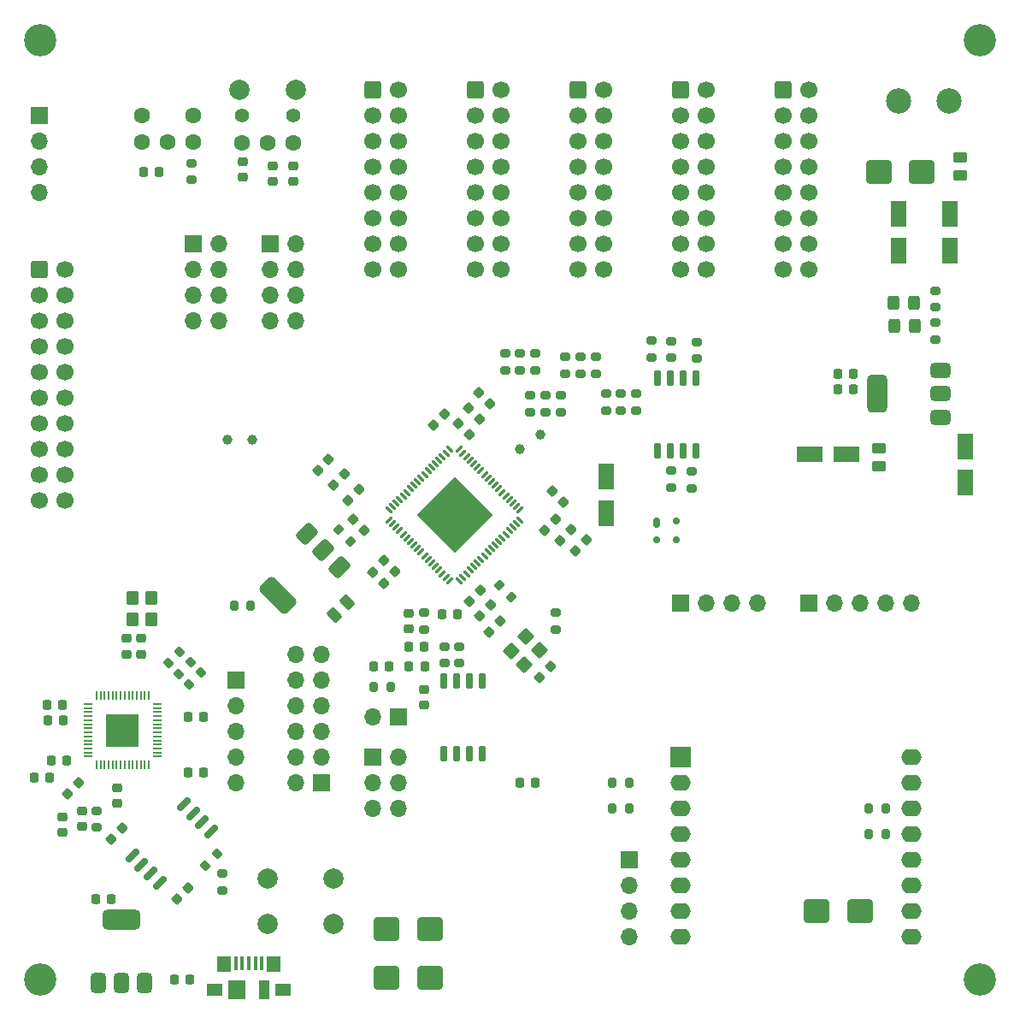
<source format=gbr>
%TF.GenerationSoftware,KiCad,Pcbnew,8.0.6*%
%TF.CreationDate,2024-12-08T12:16:10-08:00*%
%TF.ProjectId,dsp3,64737033-2e6b-4696-9361-645f70636258,rev?*%
%TF.SameCoordinates,Original*%
%TF.FileFunction,Soldermask,Top*%
%TF.FilePolarity,Negative*%
%FSLAX46Y46*%
G04 Gerber Fmt 4.6, Leading zero omitted, Abs format (unit mm)*
G04 Created by KiCad (PCBNEW 8.0.6) date 2024-12-08 12:16:10*
%MOMM*%
%LPD*%
G01*
G04 APERTURE LIST*
G04 Aperture macros list*
%AMRoundRect*
0 Rectangle with rounded corners*
0 $1 Rounding radius*
0 $2 $3 $4 $5 $6 $7 $8 $9 X,Y pos of 4 corners*
0 Add a 4 corners polygon primitive as box body*
4,1,4,$2,$3,$4,$5,$6,$7,$8,$9,$2,$3,0*
0 Add four circle primitives for the rounded corners*
1,1,$1+$1,$2,$3*
1,1,$1+$1,$4,$5*
1,1,$1+$1,$6,$7*
1,1,$1+$1,$8,$9*
0 Add four rect primitives between the rounded corners*
20,1,$1+$1,$2,$3,$4,$5,0*
20,1,$1+$1,$4,$5,$6,$7,0*
20,1,$1+$1,$6,$7,$8,$9,0*
20,1,$1+$1,$8,$9,$2,$3,0*%
%AMRotRect*
0 Rectangle, with rotation*
0 The origin of the aperture is its center*
0 $1 length*
0 $2 width*
0 $3 Rotation angle, in degrees counterclockwise*
0 Add horizontal line*
21,1,$1,$2,0,0,$3*%
G04 Aperture macros list end*
%ADD10RoundRect,0.200000X0.275000X-0.200000X0.275000X0.200000X-0.275000X0.200000X-0.275000X-0.200000X0*%
%ADD11RoundRect,0.200000X0.200000X0.275000X-0.200000X0.275000X-0.200000X-0.275000X0.200000X-0.275000X0*%
%ADD12RoundRect,0.175000X-0.175000X-0.325000X0.175000X-0.325000X0.175000X0.325000X-0.175000X0.325000X0*%
%ADD13RoundRect,0.150000X-0.200000X-0.150000X0.200000X-0.150000X0.200000X0.150000X-0.200000X0.150000X0*%
%ADD14RoundRect,0.225000X-0.250000X0.225000X-0.250000X-0.225000X0.250000X-0.225000X0.250000X0.225000X0*%
%ADD15RoundRect,0.225000X0.225000X0.250000X-0.225000X0.250000X-0.225000X-0.250000X0.225000X-0.250000X0*%
%ADD16C,1.000000*%
%ADD17C,2.000000*%
%ADD18C,1.400000*%
%ADD19C,1.600000*%
%ADD20R,1.700000X1.700000*%
%ADD21O,1.700000X1.700000*%
%ADD22RoundRect,0.225000X-0.017678X0.335876X-0.335876X0.017678X0.017678X-0.335876X0.335876X-0.017678X0*%
%ADD23RoundRect,0.225000X0.250000X-0.225000X0.250000X0.225000X-0.250000X0.225000X-0.250000X-0.225000X0*%
%ADD24RoundRect,0.225000X-0.225000X-0.250000X0.225000X-0.250000X0.225000X0.250000X-0.225000X0.250000X0*%
%ADD25RoundRect,0.250000X0.550000X-1.050000X0.550000X1.050000X-0.550000X1.050000X-0.550000X-1.050000X0*%
%ADD26RoundRect,0.200000X-0.200000X-0.275000X0.200000X-0.275000X0.200000X0.275000X-0.200000X0.275000X0*%
%ADD27RoundRect,0.218750X-0.256250X0.218750X-0.256250X-0.218750X0.256250X-0.218750X0.256250X0.218750X0*%
%ADD28RoundRect,0.150000X0.150000X-0.650000X0.150000X0.650000X-0.150000X0.650000X-0.150000X-0.650000X0*%
%ADD29RoundRect,0.200000X-0.335876X-0.053033X-0.053033X-0.335876X0.335876X0.053033X0.053033X0.335876X0*%
%ADD30RoundRect,0.250000X-0.600000X-0.600000X0.600000X-0.600000X0.600000X0.600000X-0.600000X0.600000X0*%
%ADD31C,1.700000*%
%ADD32RoundRect,0.120000X-0.035355X-0.714178X0.714178X0.035355X0.035355X0.714178X-0.714178X-0.035355X0*%
%ADD33RoundRect,0.200000X0.053033X-0.335876X0.335876X-0.053033X-0.053033X0.335876X-0.335876X0.053033X0*%
%ADD34O,2.000000X1.600000*%
%ADD35R,2.000000X2.000000*%
%ADD36RoundRect,0.250000X-0.550000X1.050000X-0.550000X-1.050000X0.550000X-1.050000X0.550000X1.050000X0*%
%ADD37RoundRect,0.250000X1.000000X0.900000X-1.000000X0.900000X-1.000000X-0.900000X1.000000X-0.900000X0*%
%ADD38RoundRect,0.120000X-0.480000X0.530000X-0.480000X-0.530000X0.480000X-0.530000X0.480000X0.530000X0*%
%ADD39RoundRect,0.062500X-0.220971X-0.309359X0.309359X0.220971X0.220971X0.309359X-0.309359X-0.220971X0*%
%ADD40RoundRect,0.062500X0.220971X-0.309359X0.309359X-0.220971X-0.220971X0.309359X-0.309359X0.220971X0*%
%ADD41RotRect,5.300000X5.300000X45.000000*%
%ADD42RoundRect,0.225000X-0.335876X-0.017678X-0.017678X-0.335876X0.335876X0.017678X0.017678X0.335876X0*%
%ADD43RoundRect,0.150000X0.353553X0.565685X-0.565685X-0.353553X-0.353553X-0.565685X0.565685X0.353553X0*%
%ADD44RoundRect,0.250000X-1.000000X-0.900000X1.000000X-0.900000X1.000000X0.900000X-1.000000X0.900000X0*%
%ADD45RoundRect,0.375000X0.176777X0.707107X-0.707107X-0.176777X-0.176777X-0.707107X0.707107X0.176777X0*%
%ADD46RoundRect,0.500000X-0.636396X1.343503X-1.343503X0.636396X0.636396X-1.343503X1.343503X-0.636396X0*%
%ADD47RoundRect,0.250000X-0.450000X0.262500X-0.450000X-0.262500X0.450000X-0.262500X0.450000X0.262500X0*%
%ADD48RoundRect,0.200000X-0.275000X0.200000X-0.275000X-0.200000X0.275000X-0.200000X0.275000X0.200000X0*%
%ADD49C,3.200000*%
%ADD50RoundRect,0.225000X0.335876X0.017678X0.017678X0.335876X-0.335876X-0.017678X-0.017678X-0.335876X0*%
%ADD51RoundRect,0.375000X0.625000X0.375000X-0.625000X0.375000X-0.625000X-0.375000X0.625000X-0.375000X0*%
%ADD52RoundRect,0.500000X0.500000X1.400000X-0.500000X1.400000X-0.500000X-1.400000X0.500000X-1.400000X0*%
%ADD53RoundRect,0.225000X0.017678X-0.335876X0.335876X-0.017678X-0.017678X0.335876X-0.335876X0.017678X0*%
%ADD54RoundRect,0.375000X0.375000X-0.625000X0.375000X0.625000X-0.375000X0.625000X-0.375000X-0.625000X0*%
%ADD55RoundRect,0.500000X1.400000X-0.500000X1.400000X0.500000X-1.400000X0.500000X-1.400000X-0.500000X0*%
%ADD56RoundRect,0.200000X0.335876X0.053033X0.053033X0.335876X-0.335876X-0.053033X-0.053033X-0.335876X0*%
%ADD57R,0.450000X1.380000*%
%ADD58R,1.650000X1.300000*%
%ADD59R,1.425000X1.550000*%
%ADD60R,1.800000X1.900000*%
%ADD61R,1.000000X1.900000*%
%ADD62C,2.500000*%
%ADD63RoundRect,0.250000X0.325000X0.450000X-0.325000X0.450000X-0.325000X-0.450000X0.325000X-0.450000X0*%
%ADD64RoundRect,0.050000X0.387500X0.050000X-0.387500X0.050000X-0.387500X-0.050000X0.387500X-0.050000X0*%
%ADD65RoundRect,0.050000X0.050000X0.387500X-0.050000X0.387500X-0.050000X-0.387500X0.050000X-0.387500X0*%
%ADD66R,3.200000X3.200000*%
%ADD67RoundRect,0.250000X1.050000X0.550000X-1.050000X0.550000X-1.050000X-0.550000X1.050000X-0.550000X0*%
%ADD68RoundRect,0.218750X0.256250X-0.218750X0.256250X0.218750X-0.256250X0.218750X-0.256250X-0.218750X0*%
%ADD69RoundRect,0.250000X0.132583X-0.503814X0.503814X-0.132583X-0.132583X0.503814X-0.503814X0.132583X0*%
G04 APERTURE END LIST*
D10*
%TO.C,R16*%
X85500000Y-82425000D03*
X85500000Y-80775000D03*
%TD*%
D11*
%TO.C,R24*%
X57650000Y-115000000D03*
X56000000Y-115000000D03*
%TD*%
D10*
%TO.C,R12*%
X88000000Y-82500000D03*
X88000000Y-80850000D03*
%TD*%
%TO.C,R26*%
X83500000Y-82400000D03*
X83500000Y-80750000D03*
%TD*%
D12*
%TO.C,U8*%
X84000000Y-98750000D03*
D13*
X84000000Y-100450000D03*
X86000000Y-100450000D03*
X86000000Y-98550000D03*
%TD*%
D14*
%TO.C,C49*%
X30568750Y-125000000D03*
X30568750Y-126550000D03*
%TD*%
D15*
%TO.C,C3*%
X34775000Y-64000000D03*
X33225000Y-64000000D03*
%TD*%
D10*
%TO.C,R10*%
X73000000Y-87825000D03*
X73000000Y-86175000D03*
%TD*%
D16*
%TO.C,TP3*%
X72500000Y-90000000D03*
%TD*%
D17*
%TO.C,U7*%
X42660000Y-55880000D03*
D18*
X42920000Y-58490000D03*
X48000000Y-58490000D03*
D17*
X48260000Y-55880000D03*
D19*
X42920000Y-61120000D03*
X45460000Y-61120000D03*
X48000000Y-61120000D03*
%TD*%
D20*
%TO.C,J5*%
X99060000Y-106680000D03*
D21*
X101600000Y-106680000D03*
X104139999Y-106680000D03*
X106680000Y-106680000D03*
X109220000Y-106680000D03*
%TD*%
D22*
%TO.C,C15*%
X53096016Y-93951992D03*
X52000000Y-95048008D03*
%TD*%
D14*
%TO.C,C36*%
X61000000Y-115225000D03*
X61000000Y-116775000D03*
%TD*%
D10*
%TO.C,R14*%
X70500000Y-83650000D03*
X70500000Y-82000000D03*
%TD*%
D23*
%TO.C,C38*%
X46000000Y-65000000D03*
X46000000Y-63450000D03*
%TD*%
D24*
%TO.C,C37*%
X56000000Y-113000000D03*
X57550000Y-113000000D03*
%TD*%
D25*
%TO.C,C35*%
X79000000Y-97800000D03*
X79000000Y-94200000D03*
%TD*%
D10*
%TO.C,R2*%
X80500000Y-87650000D03*
X80500000Y-86000000D03*
%TD*%
D26*
%TO.C,R18*%
X105030000Y-129540000D03*
X106680000Y-129540000D03*
%TD*%
D27*
%TO.C,L4*%
X48000000Y-63424998D03*
X48000000Y-65000000D03*
%TD*%
D28*
%TO.C,U2*%
X84095000Y-91600000D03*
X85365000Y-91600000D03*
X86635000Y-91600000D03*
X87905000Y-91600000D03*
X87905000Y-84400000D03*
X86635000Y-84400000D03*
X85365000Y-84400000D03*
X84095000Y-84400000D03*
%TD*%
D10*
%TO.C,R3*%
X82000000Y-87650000D03*
X82000000Y-86000000D03*
%TD*%
D15*
%TO.C,C20*%
X64323223Y-107823223D03*
X62773223Y-107823223D03*
%TD*%
D29*
%TO.C,R27*%
X68416637Y-104916637D03*
X69583363Y-106083363D03*
%TD*%
D10*
%TO.C,R30*%
X111600000Y-77450000D03*
X111600000Y-75800000D03*
%TD*%
D20*
%TO.C,J17*%
X22860000Y-58420000D03*
D21*
X22860000Y-60960000D03*
X22860000Y-63500000D03*
X22860000Y-66040000D03*
%TD*%
D30*
%TO.C,J3*%
X76200000Y-55880000D03*
D31*
X78740000Y-55880000D03*
X76200000Y-58420000D03*
X78740000Y-58420000D03*
X76200000Y-60960000D03*
X78740000Y-60960000D03*
X76200000Y-63500000D03*
X78740000Y-63500000D03*
X76200000Y-66040000D03*
X78740000Y-66040000D03*
X76200000Y-68580000D03*
X78740000Y-68580000D03*
X76200000Y-71120000D03*
X78740000Y-71120000D03*
X76200000Y-73660000D03*
X78740000Y-73660000D03*
%TD*%
D32*
%TO.C,U9*%
X70929289Y-112828428D03*
X72414214Y-111343503D03*
X71070711Y-110000000D03*
X69585786Y-111484925D03*
%TD*%
D23*
%TO.C,C23*%
X59500000Y-109275000D03*
X59500000Y-107725000D03*
%TD*%
D24*
%TO.C,C44*%
X37618750Y-123500000D03*
X39168750Y-123500000D03*
%TD*%
D30*
%TO.C,J1*%
X96520000Y-55880000D03*
D31*
X99060000Y-55880000D03*
X96520000Y-58420000D03*
X99060000Y-58420000D03*
X96520000Y-60960000D03*
X99060000Y-60960000D03*
X96520000Y-63500000D03*
X99060000Y-63500000D03*
X96520000Y-66040000D03*
X99060000Y-66040000D03*
X96520000Y-68580000D03*
X99060000Y-68580000D03*
X96520000Y-71120000D03*
X99060000Y-71120000D03*
X96520000Y-73660000D03*
X99060000Y-73660000D03*
%TD*%
D20*
%TO.C,J13*%
X58420000Y-118000000D03*
D21*
X55880000Y-118000000D03*
%TD*%
D33*
%TO.C,R33*%
X39333274Y-132666726D03*
X40500000Y-131500000D03*
%TD*%
D30*
%TO.C,J2*%
X86360000Y-55880000D03*
D31*
X88900000Y-55880000D03*
X86360000Y-58420000D03*
X88900000Y-58420000D03*
X86360000Y-60960000D03*
X88900000Y-60960000D03*
X86360000Y-63500000D03*
X88900000Y-63500000D03*
X86360000Y-66040000D03*
X88900000Y-66040000D03*
X86360000Y-68580000D03*
X88900000Y-68580000D03*
X86360000Y-71120000D03*
X88900000Y-71120000D03*
X86360000Y-73660000D03*
X88900000Y-73660000D03*
%TD*%
D30*
%TO.C,J18*%
X22860000Y-73660000D03*
D31*
X25400000Y-73660000D03*
X22860000Y-76200000D03*
X25400000Y-76200000D03*
X22860000Y-78739999D03*
X25400000Y-78740000D03*
X22860000Y-81280000D03*
X25400000Y-81280000D03*
X22860000Y-83820000D03*
X25400000Y-83820000D03*
X22860000Y-86360000D03*
X25400000Y-86360000D03*
X22860000Y-88900000D03*
X25400000Y-88900000D03*
X22860000Y-91440001D03*
X25400000Y-91440000D03*
X22860000Y-93980000D03*
X25400000Y-93980000D03*
X22860000Y-96520000D03*
X25400000Y-96520000D03*
%TD*%
D15*
%TO.C,C48*%
X23900000Y-124000000D03*
X22350000Y-124000000D03*
%TD*%
D34*
%TO.C,U3*%
X109220000Y-121920000D03*
X109220000Y-124460000D03*
X109220000Y-126999999D03*
X109220000Y-129540000D03*
X109220000Y-132080000D03*
X109220000Y-134620000D03*
X109220000Y-137160000D03*
X109220000Y-139700001D03*
X86360000Y-139700001D03*
X86360000Y-137160000D03*
X86360000Y-134620000D03*
X86360000Y-132080000D03*
X86360000Y-129540000D03*
X86360000Y-126999999D03*
X86360000Y-124460000D03*
D35*
X86360000Y-121920000D03*
%TD*%
D36*
%TO.C,C27*%
X114600000Y-91200000D03*
X114600000Y-94800000D03*
%TD*%
D16*
%TO.C,TP1*%
X44000000Y-90500000D03*
%TD*%
D37*
%TO.C,D3*%
X110300002Y-64000000D03*
X106000000Y-64000000D03*
%TD*%
D38*
%TO.C,U12*%
X32100000Y-106200001D03*
X32100000Y-108300001D03*
X34000000Y-108300001D03*
X34000000Y-106200001D03*
%TD*%
D33*
%TO.C,R37*%
X35633274Y-112666726D03*
X36800000Y-111500000D03*
%TD*%
D39*
%TO.C,U1*%
X57503456Y-98486136D03*
X57857010Y-98839689D03*
X58210563Y-99193243D03*
X58564117Y-99546796D03*
X58917670Y-99900349D03*
X59271223Y-100253903D03*
X59624777Y-100607456D03*
X59978330Y-100961010D03*
X60331884Y-101314563D03*
X60685437Y-101668116D03*
X61038990Y-102021670D03*
X61392544Y-102375223D03*
X61746097Y-102728777D03*
X62099651Y-103082330D03*
X62453204Y-103435883D03*
X62806757Y-103789437D03*
X63160311Y-104142990D03*
X63513864Y-104496544D03*
D40*
X64486136Y-104496544D03*
X64839689Y-104142990D03*
X65193243Y-103789437D03*
X65546796Y-103435883D03*
X65900349Y-103082330D03*
X66253903Y-102728777D03*
X66607456Y-102375223D03*
X66961010Y-102021670D03*
X67314563Y-101668116D03*
X67668116Y-101314563D03*
X68021670Y-100961010D03*
X68375223Y-100607456D03*
X68728777Y-100253903D03*
X69082330Y-99900349D03*
X69435883Y-99546796D03*
X69789437Y-99193243D03*
X70142990Y-98839689D03*
X70496544Y-98486136D03*
D39*
X70496544Y-97513864D03*
X70142990Y-97160311D03*
X69789437Y-96806757D03*
X69435883Y-96453204D03*
X69082330Y-96099651D03*
X68728777Y-95746097D03*
X68375223Y-95392544D03*
X68021670Y-95038990D03*
X67668116Y-94685437D03*
X67314563Y-94331884D03*
X66961010Y-93978330D03*
X66607456Y-93624777D03*
X66253903Y-93271223D03*
X65900349Y-92917670D03*
X65546796Y-92564117D03*
X65193243Y-92210563D03*
X64839689Y-91857010D03*
X64486136Y-91503456D03*
D40*
X63513864Y-91503456D03*
X63160311Y-91857010D03*
X62806757Y-92210563D03*
X62453204Y-92564117D03*
X62099651Y-92917670D03*
X61746097Y-93271223D03*
X61392544Y-93624777D03*
X61038990Y-93978330D03*
X60685437Y-94331884D03*
X60331884Y-94685437D03*
X59978330Y-95038990D03*
X59624777Y-95392544D03*
X59271223Y-95746097D03*
X58917670Y-96099651D03*
X58564117Y-96453204D03*
X58210563Y-96806757D03*
X57857010Y-97160311D03*
X57503456Y-97513864D03*
D41*
X64000000Y-98000000D03*
%TD*%
D24*
%TO.C,C24*%
X59450000Y-111000000D03*
X61000000Y-111000000D03*
%TD*%
D37*
%TO.C,D4*%
X61577001Y-138938000D03*
X57276999Y-138938000D03*
%TD*%
D15*
%TO.C,C28*%
X103500000Y-85500000D03*
X101950000Y-85500000D03*
%TD*%
D23*
%TO.C,C46*%
X31500000Y-111750000D03*
X31500000Y-110200000D03*
%TD*%
D42*
%TO.C,C17*%
X73653984Y-95653984D03*
X74750000Y-96750000D03*
%TD*%
D43*
%TO.C,U13*%
X39892623Y-129301454D03*
X38994597Y-128403428D03*
X38096572Y-127505403D03*
X37198546Y-126607377D03*
X32107377Y-131698546D03*
X33005403Y-132596572D03*
X33903428Y-133494597D03*
X34801454Y-134392623D03*
%TD*%
D44*
%TO.C,D5*%
X57295000Y-143764000D03*
X61595000Y-143764000D03*
%TD*%
D22*
%TO.C,C5*%
X66596016Y-105403984D03*
X65500000Y-106500000D03*
%TD*%
D15*
%TO.C,C30*%
X103500000Y-84000000D03*
X101950000Y-84000000D03*
%TD*%
D33*
%TO.C,R35*%
X37733274Y-114766726D03*
X38900000Y-113600000D03*
%TD*%
D45*
%TO.C,Q1*%
X52626346Y-103126345D03*
X51000000Y-101500000D03*
D46*
X46545228Y-105954772D03*
D45*
X49373655Y-99873654D03*
%TD*%
D16*
%TO.C,TP2*%
X41500000Y-90500000D03*
%TD*%
D15*
%TO.C,C33*%
X25600000Y-122300000D03*
X24050000Y-122300000D03*
%TD*%
D19*
%TO.C,U4*%
X33020000Y-58420000D03*
X38100000Y-58420000D03*
X38100000Y-61050000D03*
X35560000Y-61050000D03*
X33020000Y-61050000D03*
%TD*%
D11*
%TO.C,R28*%
X81280000Y-124510000D03*
X79630000Y-124510000D03*
%TD*%
D47*
%TO.C,FB1*%
X114087500Y-62587500D03*
X114087500Y-64412500D03*
%TD*%
D48*
%TO.C,R4*%
X85500000Y-93600000D03*
X85500000Y-95250000D03*
%TD*%
D10*
%TO.C,R23*%
X74000000Y-109325000D03*
X74000000Y-107675000D03*
%TD*%
D20*
%TO.C,J6*%
X86360000Y-106680000D03*
D21*
X88900000Y-106680000D03*
X91439999Y-106680000D03*
X93980000Y-106680000D03*
%TD*%
D26*
%TO.C,R19*%
X105030000Y-127000000D03*
X106680000Y-127000000D03*
%TD*%
D10*
%TO.C,R7*%
X78000000Y-84000000D03*
X78000000Y-82350000D03*
%TD*%
D24*
%TO.C,C40*%
X37618750Y-118000000D03*
X39168750Y-118000000D03*
%TD*%
D15*
%TO.C,C41*%
X25175000Y-116800000D03*
X23625000Y-116800000D03*
%TD*%
D24*
%TO.C,C32*%
X28450000Y-136000000D03*
X30000000Y-136000000D03*
%TD*%
D49*
%TO.C,H3*%
X116000000Y-51000000D03*
%TD*%
D48*
%TO.C,R32*%
X28600000Y-127250000D03*
X28600000Y-128900000D03*
%TD*%
D10*
%TO.C,R34*%
X41000000Y-135150000D03*
X41000000Y-133500000D03*
%TD*%
D50*
%TO.C,C21*%
X57000000Y-104750000D03*
X55903984Y-103653984D03*
%TD*%
D49*
%TO.C,H1*%
X23000000Y-51000000D03*
%TD*%
D22*
%TO.C,C45*%
X31096016Y-129000000D03*
X30000000Y-130096016D03*
%TD*%
D20*
%TO.C,J12*%
X50800000Y-124460000D03*
D21*
X48260000Y-124460000D03*
X50800000Y-121920000D03*
X48260000Y-121920000D03*
X50800000Y-119380001D03*
X48260000Y-119380000D03*
X50800000Y-116840000D03*
X48260000Y-116840000D03*
X50800000Y-114300000D03*
X48260000Y-114300000D03*
X50800000Y-111760000D03*
X48260000Y-111760000D03*
%TD*%
D16*
%TO.C,TP4*%
X70500000Y-91500000D03*
%TD*%
D48*
%TO.C,R38*%
X63000000Y-111000000D03*
X63000000Y-112650000D03*
%TD*%
D51*
%TO.C,U5*%
X112150000Y-88300000D03*
X112149999Y-86000000D03*
D52*
X105850001Y-86000000D03*
D51*
X112150000Y-83700000D03*
%TD*%
D11*
%TO.C,R25*%
X43825000Y-107000000D03*
X42175000Y-107000000D03*
%TD*%
D10*
%TO.C,R6*%
X76500000Y-84000000D03*
X76500000Y-82350000D03*
%TD*%
D53*
%TO.C,C1*%
X72403984Y-114096016D03*
X73500000Y-113000000D03*
%TD*%
D54*
%TO.C,U11*%
X28700000Y-144299999D03*
X31000000Y-144299998D03*
D55*
X31000000Y-138000000D03*
D54*
X33300000Y-144299999D03*
%TD*%
D56*
%TO.C,R22*%
X53666726Y-100583363D03*
X52500000Y-99416637D03*
%TD*%
D33*
%TO.C,R36*%
X36700000Y-113700000D03*
X37866726Y-112533274D03*
%TD*%
D10*
%TO.C,R5*%
X75000000Y-84000000D03*
X75000000Y-82350000D03*
%TD*%
D57*
%TO.C,J14*%
X42325000Y-142339999D03*
X42975000Y-142340000D03*
X43625000Y-142339999D03*
X44275000Y-142340000D03*
X44925000Y-142339999D03*
D58*
X40250000Y-145000000D03*
D59*
X41137500Y-142424999D03*
D60*
X42475000Y-144999999D03*
D61*
X45175000Y-145000000D03*
D59*
X46112500Y-142424999D03*
D58*
X47000000Y-145000000D03*
%TD*%
D10*
%TO.C,R11*%
X74500000Y-87825000D03*
X74500000Y-86175000D03*
%TD*%
D14*
%TO.C,R17*%
X27100000Y-127250000D03*
X27100000Y-128800000D03*
%TD*%
D62*
%TO.C,J15*%
X113000000Y-57000000D03*
X108000000Y-57000000D03*
%TD*%
D14*
%TO.C,C47*%
X25200000Y-127850000D03*
X25200000Y-129400000D03*
%TD*%
D53*
%TO.C,C10*%
X75951992Y-101548008D03*
X77048008Y-100451992D03*
%TD*%
D48*
%TO.C,R39*%
X64500000Y-111000000D03*
X64500000Y-112650000D03*
%TD*%
D10*
%TO.C,R9*%
X71500000Y-87825000D03*
X71500000Y-86175000D03*
%TD*%
D17*
%TO.C,SW2*%
X45500000Y-134000000D03*
X52000000Y-134000000D03*
X45500000Y-138500000D03*
X52000000Y-138500000D03*
%TD*%
D15*
%TO.C,C42*%
X25300000Y-118300000D03*
X23750000Y-118300000D03*
%TD*%
D63*
%TO.C,D1*%
X109524999Y-77000000D03*
X107475001Y-77000000D03*
%TD*%
D48*
%TO.C,R31*%
X111600000Y-78950000D03*
X111600000Y-80600000D03*
%TD*%
D37*
%TO.C,D6*%
X104140001Y-137160000D03*
X99839999Y-137160000D03*
%TD*%
D22*
%TO.C,C16*%
X51548008Y-92451992D03*
X50451992Y-93548008D03*
%TD*%
D20*
%TO.C,J10*%
X45720000Y-71120000D03*
D21*
X48260000Y-71120000D03*
X45720000Y-73660000D03*
X48260000Y-73660000D03*
X45720000Y-76200000D03*
X48260000Y-76200000D03*
X45720000Y-78740000D03*
X48260000Y-78740000D03*
%TD*%
D10*
%TO.C,R1*%
X79000000Y-87650000D03*
X79000000Y-86000000D03*
%TD*%
D64*
%TO.C,U10*%
X34581250Y-121900000D03*
X34581250Y-121499999D03*
X34581250Y-121100000D03*
X34581250Y-120700000D03*
X34581250Y-120300000D03*
X34581250Y-119900001D03*
X34581250Y-119500000D03*
X34581250Y-119100000D03*
X34581250Y-118699999D03*
X34581250Y-118300000D03*
X34581250Y-117900000D03*
X34581250Y-117500000D03*
X34581250Y-117100001D03*
X34581250Y-116700000D03*
D65*
X33743750Y-115862500D03*
X33343749Y-115862500D03*
X32943750Y-115862500D03*
X32543750Y-115862500D03*
X32143750Y-115862500D03*
X31743751Y-115862500D03*
X31343750Y-115862500D03*
X30943750Y-115862500D03*
X30543749Y-115862500D03*
X30143750Y-115862500D03*
X29743750Y-115862500D03*
X29343750Y-115862500D03*
X28943751Y-115862500D03*
X28543750Y-115862500D03*
D64*
X27706250Y-116700000D03*
X27706250Y-117100001D03*
X27706250Y-117500000D03*
X27706250Y-117900000D03*
X27706250Y-118300000D03*
X27706250Y-118699999D03*
X27706250Y-119100000D03*
X27706250Y-119500000D03*
X27706250Y-119900001D03*
X27706250Y-120300000D03*
X27706250Y-120700000D03*
X27706250Y-121100000D03*
X27706250Y-121499999D03*
X27706250Y-121900000D03*
D65*
X28543750Y-122737500D03*
X28943751Y-122737500D03*
X29343750Y-122737500D03*
X29743750Y-122737500D03*
X30143750Y-122737500D03*
X30543749Y-122737500D03*
X30943750Y-122737500D03*
X31343750Y-122737500D03*
X31743751Y-122737500D03*
X32143750Y-122737500D03*
X32543750Y-122737500D03*
X32943750Y-122737500D03*
X33343749Y-122737500D03*
X33743750Y-122737500D03*
D66*
X31143750Y-119300000D03*
%TD*%
D48*
%TO.C,R21*%
X61000000Y-107675000D03*
X61000000Y-109325000D03*
%TD*%
D20*
%TO.C,J8*%
X55880000Y-121920000D03*
D21*
X58420000Y-121920000D03*
X55880000Y-124460000D03*
X58420000Y-124460000D03*
X55880000Y-127000000D03*
X58420000Y-127000000D03*
%TD*%
D36*
%TO.C,C26*%
X108000000Y-68200000D03*
X108000000Y-71800000D03*
%TD*%
D28*
%TO.C,U6*%
X62960000Y-121600000D03*
X64230000Y-121600000D03*
X65500000Y-121600000D03*
X66770000Y-121600000D03*
X66770000Y-114400000D03*
X65500000Y-114400000D03*
X64230000Y-114400000D03*
X62960000Y-114400000D03*
%TD*%
D67*
%TO.C,C2*%
X102800000Y-92000000D03*
X99200000Y-92000000D03*
%TD*%
D49*
%TO.C,H4*%
X116000000Y-144000000D03*
%TD*%
D24*
%TO.C,C29*%
X59500000Y-113000000D03*
X61050000Y-113000000D03*
%TD*%
D50*
%TO.C,C13*%
X67500000Y-87000000D03*
X66403984Y-85903984D03*
%TD*%
D53*
%TO.C,C9*%
X74451992Y-100548008D03*
X75548008Y-99451992D03*
%TD*%
D68*
%TO.C,L3*%
X43000000Y-64575002D03*
X43000000Y-63000000D03*
%TD*%
D69*
%TO.C,FB3*%
X52084885Y-107935115D03*
X53375355Y-106644645D03*
%TD*%
D50*
%TO.C,C12*%
X66500000Y-88500000D03*
X65403984Y-87403984D03*
%TD*%
D63*
%TO.C,D2*%
X109624999Y-79300000D03*
X107575001Y-79300000D03*
%TD*%
D22*
%TO.C,C6*%
X67596016Y-106903984D03*
X66500000Y-108000000D03*
%TD*%
D10*
%TO.C,R13*%
X69000000Y-83650000D03*
X69000000Y-82000000D03*
%TD*%
D22*
%TO.C,C14*%
X54548008Y-95451992D03*
X53451992Y-96548008D03*
%TD*%
%TO.C,C39*%
X26796016Y-124503984D03*
X25700000Y-125600000D03*
%TD*%
D30*
%TO.C,J7*%
X55880000Y-55880000D03*
D31*
X58420000Y-55880000D03*
X55880000Y-58420000D03*
X58420000Y-58420000D03*
X55880000Y-60960000D03*
X58420000Y-60960000D03*
X55880000Y-63500000D03*
X58420000Y-63500000D03*
X55880000Y-66040000D03*
X58420000Y-66040000D03*
X55880000Y-68580000D03*
X58420000Y-68580000D03*
X55880000Y-71120000D03*
X58420000Y-71120000D03*
X55880000Y-73660000D03*
X58420000Y-73660000D03*
%TD*%
D53*
%TO.C,C8*%
X72951992Y-99548008D03*
X74048008Y-98451992D03*
%TD*%
D30*
%TO.C,J4*%
X66040000Y-55880000D03*
D31*
X68580000Y-55880000D03*
X66040000Y-58420000D03*
X68580000Y-58420000D03*
X66040000Y-60960000D03*
X68580000Y-60960000D03*
X66040000Y-63500000D03*
X68580000Y-63500000D03*
X66040000Y-66040000D03*
X68580000Y-66040000D03*
X66040000Y-68580000D03*
X68580000Y-68580000D03*
X66040000Y-71120000D03*
X68580000Y-71120000D03*
X66040000Y-73660000D03*
X68580000Y-73660000D03*
%TD*%
D10*
%TO.C,R20*%
X38000000Y-64825000D03*
X38000000Y-63175000D03*
%TD*%
D47*
%TO.C,FB2*%
X106000000Y-91375000D03*
X106000000Y-93200000D03*
%TD*%
D24*
%TO.C,C4*%
X36225000Y-144000000D03*
X37775000Y-144000000D03*
%TD*%
D49*
%TO.C,H2*%
X23000000Y-144000000D03*
%TD*%
D53*
%TO.C,C50*%
X36500000Y-136000000D03*
X37596016Y-134903984D03*
%TD*%
D20*
%TO.C,J11*%
X81280000Y-132080000D03*
D21*
X81280000Y-134620000D03*
X81280000Y-137160000D03*
X81280000Y-139700000D03*
%TD*%
D48*
%TO.C,R8*%
X87500000Y-93675000D03*
X87500000Y-95325000D03*
%TD*%
D23*
%TO.C,C43*%
X33000000Y-111750000D03*
X33000000Y-110200000D03*
%TD*%
D50*
%TO.C,C11*%
X65500000Y-90000000D03*
X64403984Y-88903984D03*
%TD*%
D11*
%TO.C,R29*%
X81280000Y-127000000D03*
X79630000Y-127000000D03*
%TD*%
D36*
%TO.C,C25*%
X113100000Y-68200000D03*
X113100000Y-71800000D03*
%TD*%
D10*
%TO.C,R15*%
X72000000Y-83650000D03*
X72000000Y-82000000D03*
%TD*%
D22*
%TO.C,C7*%
X68500000Y-108500000D03*
X67403984Y-109596016D03*
%TD*%
D24*
%TO.C,C34*%
X70450000Y-124500000D03*
X72000000Y-124500000D03*
%TD*%
D53*
%TO.C,C18*%
X61903984Y-89096016D03*
X63000000Y-88000000D03*
%TD*%
D50*
%TO.C,C22*%
X58096016Y-103596016D03*
X57000000Y-102500000D03*
%TD*%
D20*
%TO.C,J9*%
X38100000Y-71120000D03*
D21*
X40640000Y-71120000D03*
X38100000Y-73660000D03*
X40640000Y-73660000D03*
X38100000Y-76200000D03*
X40640000Y-76200000D03*
X38100000Y-78740000D03*
X40640000Y-78740000D03*
%TD*%
D20*
%TO.C,J16*%
X42400000Y-114300000D03*
D21*
X42400000Y-116840000D03*
X42400000Y-119380000D03*
X42400000Y-121920000D03*
X42400000Y-124460000D03*
%TD*%
D50*
%TO.C,C19*%
X55048008Y-99548008D03*
X53951992Y-98451992D03*
%TD*%
M02*

</source>
